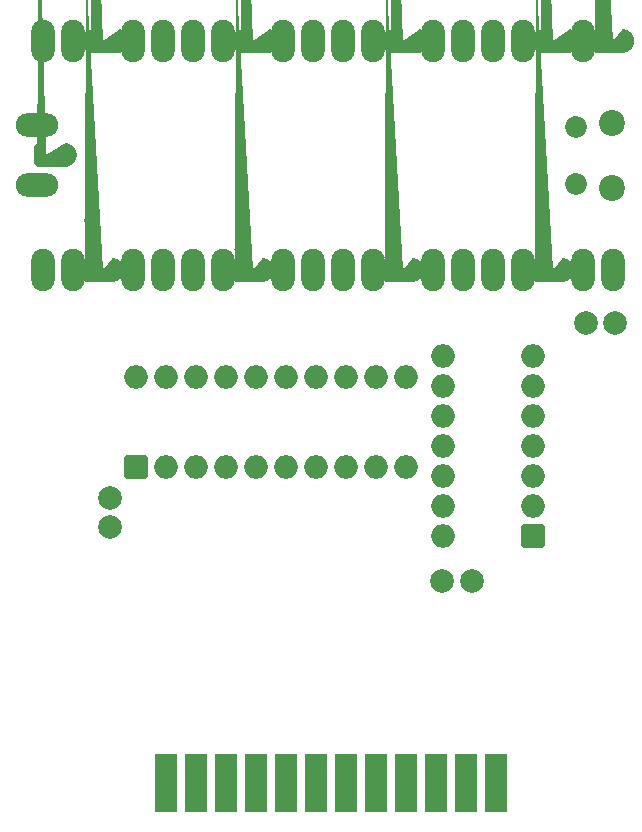
<source format=gts>
%TF.GenerationSoftware,KiCad,Pcbnew,8.0.8-8.0.8-0~ubuntu22.04.1*%
%TF.CreationDate,2025-02-03T17:59:30-05:00*%
%TF.ProjectId,2600cart,32363030-6361-4727-942e-6b696361645f,rev?*%
%TF.SameCoordinates,Original*%
%TF.FileFunction,Soldermask,Top*%
%TF.FilePolarity,Negative*%
%FSLAX46Y46*%
G04 Gerber Fmt 4.6, Leading zero omitted, Abs format (unit mm)*
G04 Created by KiCad (PCBNEW 8.0.8-8.0.8-0~ubuntu22.04.1) date 2025-02-03 17:59:30*
%MOMM*%
%LPD*%
G01*
G04 APERTURE LIST*
G04 Aperture macros list*
%AMRoundRect*
0 Rectangle with rounded corners*
0 $1 Rounding radius*
0 $2 $3 $4 $5 $6 $7 $8 $9 X,Y pos of 4 corners*
0 Add a 4 corners polygon primitive as box body*
4,1,4,$2,$3,$4,$5,$6,$7,$8,$9,$2,$3,0*
0 Add four circle primitives for the rounded corners*
1,1,$1+$1,$2,$3*
1,1,$1+$1,$4,$5*
1,1,$1+$1,$6,$7*
1,1,$1+$1,$8,$9*
0 Add four rect primitives between the rounded corners*
20,1,$1+$1,$2,$3,$4,$5,0*
20,1,$1+$1,$4,$5,$6,$7,0*
20,1,$1+$1,$6,$7,$8,$9,0*
20,1,$1+$1,$8,$9,$2,$3,0*%
%AMFreePoly0*
4,1,54,0.822393,0.998742,1.000410,0.978684,1.044073,0.968719,1.213163,0.909552,1.253513,0.890120,1.405198,0.794810,1.440213,0.766886,1.566886,0.640213,1.594810,0.605198,1.690120,0.453513,1.709552,0.413163,1.768719,0.244073,1.778684,0.200410,1.798742,0.022393,1.798742,-0.022393,1.778684,-0.200410,1.768719,-0.244073,1.709552,-0.413163,1.690120,-0.453513,1.594810,-0.605198,
1.566886,-0.640213,1.440213,-0.766886,1.405198,-0.794810,1.253513,-0.890120,1.213163,-0.909552,1.044073,-0.968719,1.000410,-0.978684,0.822393,-0.998742,0.800000,-1.000000,-1.400000,-1.000000,-1.421968,-0.994986,-1.444504,-0.994986,-1.531281,-0.975180,-1.531282,-0.975179,-1.611476,-0.936559,-1.681064,-0.881065,-1.736560,-0.811476,-1.775179,-0.731282,-1.775180,-0.731281,-1.794986,-0.644504,
-1.800000,-0.600000,-1.800000,0.600000,-1.794986,0.644504,-1.775180,0.731281,-1.736561,0.811474,-1.736560,0.811476,-1.681064,0.881065,-1.611476,0.936559,-1.531282,0.975179,-1.444505,0.994986,-1.429511,0.994986,-1.400000,1.000000,0.800000,1.000000,0.822393,0.998742,0.822393,0.998742,$1*%
%AMFreePoly1*
4,1,54,1.421968,0.994986,1.444504,0.994986,1.531281,0.975180,1.531282,0.975179,1.611476,0.936559,1.681064,0.881065,1.736560,0.811476,1.775179,0.731282,1.775180,0.731281,1.794986,0.644504,1.800000,0.600000,1.800000,-0.600000,1.794986,-0.644504,1.775180,-0.731281,1.736561,-0.811474,1.736560,-0.811476,1.681064,-0.881065,1.611476,-0.936559,1.531282,-0.975179,1.444505,-0.994986,
1.429511,-0.994986,1.400000,-1.000000,-0.800000,-1.000000,-0.822393,-0.998742,-1.000410,-0.978684,-1.044073,-0.968719,-1.213163,-0.909552,-1.253513,-0.890120,-1.405198,-0.794810,-1.440213,-0.766886,-1.566886,-0.640213,-1.594810,-0.605198,-1.690120,-0.453513,-1.709552,-0.413163,-1.768719,-0.244073,-1.778684,-0.200410,-1.798742,-0.022393,-1.798742,0.022393,-1.778684,0.200410,-1.768719,0.244073,
-1.709552,0.413163,-1.690120,0.453513,-1.594810,0.605198,-1.566886,0.640213,-1.440213,0.766886,-1.405198,0.794810,-1.253513,0.890120,-1.213163,0.909552,-1.044073,0.968719,-1.000410,0.978684,-0.822393,0.998742,-0.800000,1.000000,1.400000,1.000000,1.421968,0.994986,1.421968,0.994986,$1*%
%AMFreePoly2*
4,1,54,1.622393,0.998742,1.800410,0.978684,1.844073,0.968719,2.013163,0.909552,2.053513,0.890120,2.205198,0.794810,2.240213,0.766886,2.366886,0.640213,2.394810,0.605198,2.490120,0.453513,2.509552,0.413163,2.568719,0.244073,2.578684,0.200410,2.598742,0.022393,2.598742,-0.022393,2.578684,-0.200410,2.568719,-0.244073,2.509552,-0.413163,2.490120,-0.453513,2.394810,-0.605198,
2.366886,-0.640213,2.240213,-0.766886,2.205198,-0.794810,2.053513,-0.890120,2.013163,-0.909552,1.844073,-0.968719,1.800410,-0.978684,1.622393,-0.998742,1.600000,-1.000000,-0.600000,-1.000000,-0.621968,-0.994986,-0.644504,-0.994986,-0.731281,-0.975180,-0.731282,-0.975179,-0.811476,-0.936559,-0.881064,-0.881065,-0.936560,-0.811476,-0.975179,-0.731282,-0.975180,-0.731281,-0.994986,-0.644504,
-1.000000,-0.600000,-1.000000,0.600000,-0.994986,0.644504,-0.975180,0.731281,-0.936561,0.811474,-0.936560,0.811476,-0.881064,0.881065,-0.811476,0.936559,-0.731282,0.975179,-0.644505,0.994986,-0.629511,0.994986,-0.600000,1.000000,1.600000,1.000000,1.622393,0.998742,1.622393,0.998742,$1*%
G04 Aperture macros list end*
%ADD10RoundRect,0.200000X-0.762000X-2.286000X0.762000X-2.286000X0.762000X2.286000X-0.762000X2.286000X0*%
%ADD11C,2.000000*%
%ADD12C,2.200000*%
%ADD13C,1.850000*%
%ADD14FreePoly0,270.000000*%
%ADD15RoundRect,1.000000X-0.000010X0.800000X-0.000010X-0.800000X0.000010X-0.800000X0.000010X0.800000X0*%
%ADD16FreePoly1,270.000000*%
%ADD17RoundRect,1.000000X-0.800000X-0.000010X0.800000X-0.000010X0.800000X0.000010X-0.800000X0.000010X0*%
%ADD18FreePoly2,180.000000*%
%ADD19RoundRect,0.200000X0.800000X0.800000X-0.800000X0.800000X-0.800000X-0.800000X0.800000X-0.800000X0*%
%ADD20O,2.000000X2.000000*%
%ADD21RoundRect,0.200000X0.800000X-0.800000X0.800000X0.800000X-0.800000X0.800000X-0.800000X-0.800000X0*%
G04 APERTURE END LIST*
D10*
%TO.C,U1*%
X101554000Y-132771400D03*
X104094000Y-132771400D03*
X106634000Y-132771400D03*
X109174000Y-132771400D03*
X111714000Y-132771400D03*
X114254000Y-132771400D03*
X116794000Y-132771400D03*
X119334000Y-132771400D03*
X121874000Y-132771400D03*
X124414000Y-132771400D03*
X126954000Y-132771400D03*
X129494000Y-132771400D03*
X129494000Y-132771400D03*
%TD*%
D11*
%TO.C,C1*%
X137047600Y-93827600D03*
X139547600Y-93827600D03*
%TD*%
%TO.C,C2*%
X96824800Y-108630400D03*
X96824800Y-111130400D03*
%TD*%
D12*
%TO.C,U4*%
X139265200Y-76929400D03*
D13*
X136235200Y-77229400D03*
X136235200Y-82079400D03*
D12*
X139265200Y-82379400D03*
D14*
X139395200Y-69964400D03*
D15*
X136855200Y-69964400D03*
D16*
X134315200Y-69964400D03*
D15*
X131775200Y-69964400D03*
X129235200Y-69964400D03*
X126695200Y-69964400D03*
X124155200Y-69964400D03*
D16*
X121615200Y-69964400D03*
D15*
X119075200Y-69964400D03*
X116535200Y-69964400D03*
X113995200Y-69964400D03*
X111455200Y-69964400D03*
D16*
X108915200Y-69964400D03*
D15*
X106375200Y-69964400D03*
X103835200Y-69964400D03*
X101295200Y-69964400D03*
X98755200Y-69964400D03*
D16*
X96215200Y-69964400D03*
D15*
X93675200Y-69964400D03*
X91135200Y-69964400D03*
X91135200Y-89344400D03*
X93675200Y-89344400D03*
D14*
X96215200Y-89344400D03*
D15*
X98755200Y-89344400D03*
X101295200Y-89344400D03*
X103835200Y-89344400D03*
X106375200Y-89344400D03*
D14*
X108915200Y-89344400D03*
D15*
X111455200Y-89344400D03*
X113995200Y-89344400D03*
X116535200Y-89344400D03*
X119075200Y-89344400D03*
D14*
X121615200Y-89344400D03*
D15*
X124155200Y-89344400D03*
X126695200Y-89344400D03*
X129235200Y-89344400D03*
X131775200Y-89344400D03*
D14*
X134315200Y-89344400D03*
D15*
X136855200Y-89344400D03*
X139395200Y-89344400D03*
D17*
X90565200Y-77114400D03*
D18*
X91365200Y-79654400D03*
D17*
X90565200Y-82194400D03*
%TD*%
D19*
%TO.C,U5*%
X132638800Y-111912400D03*
D20*
X132638800Y-109372400D03*
X132638800Y-106832400D03*
X132638800Y-104292400D03*
X132638800Y-101752400D03*
X132638800Y-99212400D03*
X132638800Y-96672400D03*
X125018800Y-96672400D03*
X125018800Y-99212400D03*
X125018800Y-101752400D03*
X125018800Y-104292400D03*
X125018800Y-106832400D03*
X125018800Y-109372400D03*
X125018800Y-111912400D03*
%TD*%
D21*
%TO.C,U3*%
X98958400Y-106070400D03*
D20*
X101498400Y-106070400D03*
X104038400Y-106070400D03*
X106578400Y-106070400D03*
X109118400Y-106070400D03*
X111658400Y-106070400D03*
X114198400Y-106070400D03*
X116738400Y-106070400D03*
X119278400Y-106070400D03*
X121818400Y-106070400D03*
X121818400Y-98450400D03*
X119278400Y-98450400D03*
X116738400Y-98450400D03*
X114198400Y-98450400D03*
X111658400Y-98450400D03*
X109118400Y-98450400D03*
X106578400Y-98450400D03*
X104038400Y-98450400D03*
X101498400Y-98450400D03*
X98958400Y-98450400D03*
%TD*%
D11*
%TO.C,C3*%
X124917200Y-115722400D03*
X127417200Y-115722400D03*
%TD*%
M02*

</source>
